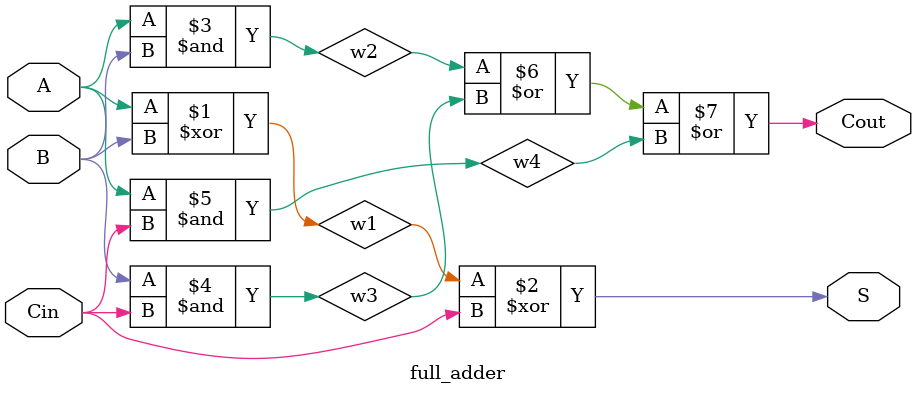
<source format=v>

module add_sub (
    input [7:0] A,
    input [7:0] B,
    input Cin,
    input Ctr,      // 1 para subtrair
    output [7:0] S,
    output Cout
);

    wire [6:0] C_interno; 
    wire [7:0] B_xor;
    wire Cin_or;

    assign B_xor  = B   ^ {8{Ctr}};
    assign Cin_or = Cin | Ctr;

    full_adder fa0 (
        .A(A[0]), 
        .B(B_xor[0]), 
        .Cin(Cin_or), 
        .S(S[0]), 
        .Cout(C_interno[0])
    );

    full_adder fa1 (
        .A(A[1]), 
        .B(B_xor[1]), 
        .Cin(C_interno[0]), 
        .S(S[1]), 
        .Cout(C_interno[1])
    );

    full_adder fa2 (
        .A(A[2]), 
        .B(B_xor[2]), 
        .Cin(C_interno[1]), 
        .S(S[2]), 
        .Cout(C_interno[2])
    );

    full_adder fa3 (
        .A(A[3]), 
        .B(B_xor[3]), 
        .Cin(C_interno[2]), 
        .S(S[3]), 
        .Cout(C_interno[3])
    );

    full_adder fa4 (
        .A(A[4]), 
        .B(B_xor[4]), 
        .Cin(C_interno[3]), 
        .S(S[4]), 
        .Cout(C_interno[4])
    );

    full_adder fa5 (
        .A(A[5]), 
        .B(B_xor[5]), 
        .Cin(C_interno[4]), 
        .S(S[5]), 
        .Cout(C_interno[5])
    );

    full_adder fa6 (
        .A(A[6]), 
        .B(B_xor[6]), 
        .Cin(C_interno[5]), 
        .S(S[6]), 
        .Cout(C_interno[6])
    );

    full_adder fa7 (
        .A(A[7]), 
        .B(B_xor[7]), 
        .Cin(C_interno[6]), 
        .S(S[7]), 
        .Cout(Cout) 
    );

endmodule


module full_adder (
    input  A, 
    input  B, 
    input  Cin,
    output S, 
    output Cout
);

    wire w1, w2, w3, w4;

    xor n1 (w1,   A,  B);
    xor n2 (S,    w1, Cin);
    and n3 (w2,   A,  B);
    and n4 (w3,   B,  Cin);
    and n5 (w4,   A,  Cin);
    or  n6 (Cout, w2, w3, w4);

endmodule


</source>
